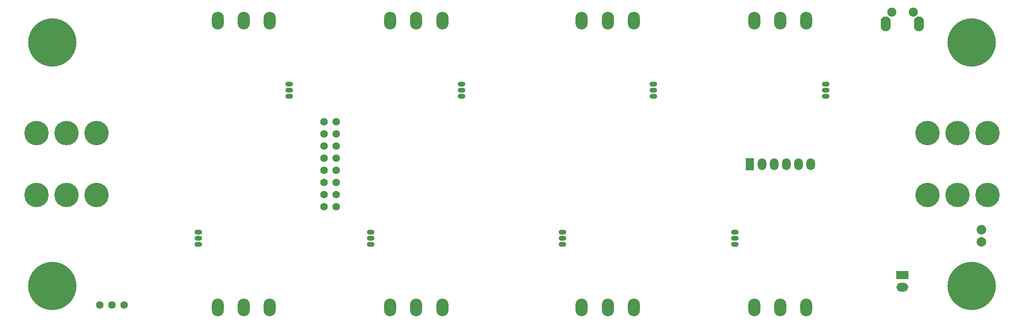
<source format=gbr>
%TF.GenerationSoftware,Altium Limited,Altium Designer,25.8.1 (18)*%
G04 Layer_Color=16711935*
%FSLAX45Y45*%
%MOMM*%
%TF.SameCoordinates,304ADD41-B96C-4BE1-A440-764D1465AFBB*%
%TF.FilePolarity,Negative*%
%TF.FileFunction,Soldermask,Bot*%
%TF.Part,Single*%
G01*
G75*
%TA.AperFunction,ComponentPad*%
%ADD148O,1.62400X1.03980*%
%TA.AperFunction,WasherPad*%
%ADD149C,10.10160*%
%TA.AperFunction,ComponentPad*%
%ADD150C,1.60000*%
%ADD151R,1.80000X2.50000*%
%ADD152R,2.50000X1.80000*%
%ADD153C,2.00000*%
%ADD154O,2.10160X3.10160*%
%ADD155C,1.90160*%
%ADD156C,1.60160*%
%ADD157O,2.50000X1.80000*%
%ADD158C,5.10160*%
%ADD159C,0.10160*%
%ADD160O,2.54160X3.70160*%
%ADD161O,1.80000X2.50000*%
%TA.AperFunction,WasherPad*%
%ADD162C,0.10160*%
D148*
X-6550000Y-1423000D02*
D03*
X-2950000D02*
D03*
X-4650000Y1423000D02*
D03*
X-1050000D02*
D03*
X4650000Y-1423000D02*
D03*
X2950000Y1423000D02*
D03*
X6550000D02*
D03*
X1050000Y-1423000D02*
D03*
X-6550000Y-1677000D02*
D03*
X-2950000D02*
D03*
X-4650000Y1676999D02*
D03*
X-1050000D02*
D03*
X4650000Y-1677000D02*
D03*
X2950000Y1676999D02*
D03*
X6550000D02*
D03*
X1050000Y-1677000D02*
D03*
Y-1550000D02*
D03*
X2950000Y1550000D02*
D03*
X6550000D02*
D03*
X-4650000D02*
D03*
X-1050000D02*
D03*
X-6550000Y-1550000D02*
D03*
X-2950000D02*
D03*
X4650000D02*
D03*
D149*
X-9600000Y-2550000D02*
D03*
Y2550000D02*
D03*
X9600000Y-2550000D02*
D03*
Y2550000D02*
D03*
D150*
X-8096000Y-2950000D02*
D03*
X-8604000D02*
D03*
X-8350000D02*
D03*
D151*
X4965000Y0D02*
D03*
D152*
X8150000Y-2323000D02*
D03*
D153*
X9800000Y-1625000D02*
D03*
Y-1375000D02*
D03*
D154*
X7799500Y2933999D02*
D03*
X8500500D02*
D03*
D155*
X8375000Y3182999D02*
D03*
X7925000D02*
D03*
D156*
X-3927000Y127000D02*
D03*
Y889000D02*
D03*
Y-381000D02*
D03*
X-3927000Y-635000D02*
D03*
Y635000D02*
D03*
X-3927000Y-889000D02*
D03*
Y381000D02*
D03*
Y-127000D02*
D03*
X-3673000Y127000D02*
D03*
Y-889000D02*
D03*
X-3673000Y-635000D02*
D03*
X-3673000Y-381000D02*
D03*
Y-127000D02*
D03*
Y381000D02*
D03*
X-3673000Y635000D02*
D03*
X-3673000Y889000D02*
D03*
D157*
X8150000Y-2577000D02*
D03*
D158*
X-9925000Y-650000D02*
D03*
X-9300000D02*
D03*
X-8675000D02*
D03*
Y650000D02*
D03*
X-9300000D02*
D03*
X-9925000D02*
D03*
X8675000Y-650000D02*
D03*
X9300000D02*
D03*
X9925000D02*
D03*
Y650000D02*
D03*
X9300000D02*
D03*
X8675000D02*
D03*
D159*
X-9300000Y0D02*
D03*
X9300000D02*
D03*
D160*
X6144000Y-3000000D02*
D03*
X5600000D02*
D03*
X5056000D02*
D03*
Y3000000D02*
D03*
X5600000D02*
D03*
X6144000D02*
D03*
X2544000Y-3000000D02*
D03*
X2000000D02*
D03*
X1456000D02*
D03*
Y3000000D02*
D03*
X2000000D02*
D03*
X2544000D02*
D03*
X-1456000Y-3000000D02*
D03*
X-2000000D02*
D03*
X-2544000D02*
D03*
Y3000000D02*
D03*
X-2000000D02*
D03*
X-1456000D02*
D03*
X-5056000Y-3000000D02*
D03*
X-5600000D02*
D03*
X-6144000D02*
D03*
Y3000000D02*
D03*
X-5600000D02*
D03*
X-5056000D02*
D03*
D161*
X6235000Y0D02*
D03*
X5981000D02*
D03*
X5727000D02*
D03*
X5473000D02*
D03*
X5219000D02*
D03*
D162*
X-5600000Y800000D02*
D03*
Y-800000D02*
D03*
X-2000000D02*
D03*
Y800000D02*
D03*
X5600000D02*
D03*
X2000000D02*
D03*
Y-800000D02*
D03*
X5600000D02*
D03*
%TF.MD5,4169d1eef6948f4d0d47dea2f3c4c7d5*%
M02*

</source>
